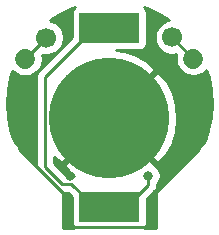
<source format=gbr>
G04 #@! TF.GenerationSoftware,KiCad,Pcbnew,5.1.5+dfsg1-2build2*
G04 #@! TF.CreationDate,2020-06-19T12:28:30-07:00*
G04 #@! TF.ProjectId,touch-circuit-v2,746f7563-682d-4636-9972-637569742d76,rev?*
G04 #@! TF.SameCoordinates,Original*
G04 #@! TF.FileFunction,Copper,L2,Bot*
G04 #@! TF.FilePolarity,Positive*
%FSLAX46Y46*%
G04 Gerber Fmt 4.6, Leading zero omitted, Abs format (unit mm)*
G04 Created by KiCad (PCBNEW 5.1.5+dfsg1-2build2) date 2020-06-19 12:28:30*
%MOMM*%
%LPD*%
G04 APERTURE LIST*
%ADD10C,1.700000*%
%ADD11C,1.700000*%
%ADD12R,5.100000X2.500000*%
%ADD13C,10.200000*%
%ADD14C,0.800000*%
%ADD15C,0.250000*%
%ADD16C,0.254000*%
G04 APERTURE END LIST*
D10*
X136906000Y-84836000D03*
D11*
X135109949Y-86632051D02*
X135109949Y-86632051D01*
X149352000Y-86614000D02*
X149352000Y-86614000D01*
D10*
X147555949Y-84817949D03*
D12*
X142240000Y-99211001D03*
X142240000Y-84011001D03*
D13*
X142240000Y-91611001D03*
D14*
X145542000Y-96520000D03*
X138938000Y-96520000D03*
X134620000Y-88900000D03*
X149860000Y-88900000D03*
D15*
X143612999Y-99211001D02*
X142240000Y-99211001D01*
X145542000Y-97282000D02*
X143612999Y-99211001D01*
X145542000Y-96520000D02*
X145542000Y-97282000D01*
X140940000Y-84011001D02*
X142240000Y-84011001D01*
X136814999Y-95793999D02*
X136814999Y-88136002D01*
X138266001Y-97245001D02*
X136814999Y-95793999D01*
X136814999Y-88136002D02*
X140940000Y-84011001D01*
X139028001Y-97245001D02*
X138266001Y-97245001D01*
X140994001Y-99211001D02*
X139028001Y-97245001D01*
X142240000Y-99211001D02*
X140994001Y-99211001D01*
X149860000Y-94297500D02*
X149860000Y-90932000D01*
X149860000Y-90932000D02*
X149860000Y-88900000D01*
X146050000Y-98107500D02*
X149860000Y-94297500D01*
X146050000Y-100076000D02*
X146050000Y-98107500D01*
X145288000Y-100838000D02*
X146050000Y-100076000D01*
X138430000Y-100076000D02*
X139192000Y-100838000D01*
X138430000Y-98078650D02*
X138430000Y-100076000D01*
X134620000Y-94268650D02*
X138430000Y-98078650D01*
X139192000Y-100838000D02*
X145288000Y-100838000D01*
X134620000Y-88900000D02*
X134620000Y-94268650D01*
X135109949Y-86632051D02*
X136906000Y-84836000D01*
X147555949Y-84817949D02*
X149352000Y-86614000D01*
D16*
G36*
X139051928Y-98343729D02*
G01*
X139051928Y-100461001D01*
X139064188Y-100585483D01*
X139100498Y-100705181D01*
X139159463Y-100815495D01*
X139238815Y-100912186D01*
X139287694Y-100952300D01*
X138315700Y-100952300D01*
X138315700Y-98075801D01*
X138318832Y-98044000D01*
X138315700Y-98012199D01*
X138315700Y-98012191D01*
X138314992Y-98005001D01*
X138713200Y-98005001D01*
X139051928Y-98343729D01*
G37*
X139051928Y-98343729D02*
X139051928Y-100461001D01*
X139064188Y-100585483D01*
X139100498Y-100705181D01*
X139159463Y-100815495D01*
X139238815Y-100912186D01*
X139287694Y-100952300D01*
X138315700Y-100952300D01*
X138315700Y-98075801D01*
X138318832Y-98044000D01*
X138315700Y-98012199D01*
X138315700Y-98012191D01*
X138314992Y-98005001D01*
X138713200Y-98005001D01*
X139051928Y-98343729D01*
G36*
X145582453Y-82402114D02*
G01*
X146600922Y-82907019D01*
X147275315Y-83359678D01*
X147122791Y-83390017D01*
X146852538Y-83501959D01*
X146609317Y-83664474D01*
X146402474Y-83871317D01*
X146239959Y-84114538D01*
X146128017Y-84384791D01*
X146070949Y-84671689D01*
X146070949Y-84964209D01*
X146128017Y-85251107D01*
X146239959Y-85521360D01*
X146402474Y-85764581D01*
X146609317Y-85971424D01*
X146852538Y-86133939D01*
X147122791Y-86245881D01*
X147409689Y-86302949D01*
X147702209Y-86302949D01*
X147907918Y-86262031D01*
X147867000Y-86467740D01*
X147867000Y-86760260D01*
X147924068Y-87047158D01*
X148036010Y-87317411D01*
X148198525Y-87560632D01*
X148405368Y-87767475D01*
X148648589Y-87929990D01*
X148918842Y-88041932D01*
X149205740Y-88099000D01*
X149498260Y-88099000D01*
X149785158Y-88041932D01*
X150055411Y-87929990D01*
X150298632Y-87767475D01*
X150446027Y-87620080D01*
X150638945Y-88192327D01*
X150858384Y-89307713D01*
X150930358Y-90442179D01*
X150853637Y-91576342D01*
X150629401Y-92691458D01*
X150311217Y-93628797D01*
X146376498Y-97563517D01*
X146351793Y-97583792D01*
X146331518Y-97608497D01*
X146331515Y-97608500D01*
X146270853Y-97682417D01*
X146210709Y-97794938D01*
X146173673Y-97917029D01*
X146161168Y-98044000D01*
X146164301Y-98075811D01*
X146164300Y-100952300D01*
X145192306Y-100952300D01*
X145241185Y-100912186D01*
X145320537Y-100815495D01*
X145379502Y-100705181D01*
X145415812Y-100585483D01*
X145428072Y-100461001D01*
X145428072Y-98470730D01*
X146053008Y-97845795D01*
X146082001Y-97822001D01*
X146105795Y-97793008D01*
X146105799Y-97793004D01*
X146176973Y-97706277D01*
X146189727Y-97682417D01*
X146247546Y-97574247D01*
X146291003Y-97430986D01*
X146302000Y-97319333D01*
X146302000Y-97319324D01*
X146305676Y-97282001D01*
X146302000Y-97244678D01*
X146302000Y-97223711D01*
X146345937Y-97179774D01*
X146459205Y-97010256D01*
X146537226Y-96821898D01*
X146577000Y-96621939D01*
X146577000Y-96418061D01*
X146537226Y-96218102D01*
X146459205Y-96029744D01*
X146345937Y-95860226D01*
X146201774Y-95716063D01*
X146092327Y-95642933D01*
X142240000Y-91790606D01*
X138368194Y-95662412D01*
X138956309Y-96346679D01*
X139281234Y-96527620D01*
X139176987Y-96495998D01*
X139065334Y-96485001D01*
X139065323Y-96485001D01*
X139028001Y-96481325D01*
X138990679Y-96485001D01*
X138580803Y-96485001D01*
X137574999Y-95479198D01*
X137574999Y-94955438D01*
X138188589Y-95482807D01*
X142060395Y-91611001D01*
X142419605Y-91611001D01*
X146291411Y-95482807D01*
X146975678Y-94894692D01*
X147525299Y-93907712D01*
X147871809Y-92832471D01*
X148001892Y-91710289D01*
X147910549Y-90584291D01*
X147601289Y-89497750D01*
X147085999Y-88492420D01*
X146975678Y-88327310D01*
X146291411Y-87739195D01*
X142419605Y-91611001D01*
X142060395Y-91611001D01*
X142046253Y-91596859D01*
X142225858Y-91417254D01*
X142240000Y-91431396D01*
X146111806Y-87559590D01*
X145523691Y-86875323D01*
X144536711Y-86325702D01*
X143461470Y-85979192D01*
X142770311Y-85899073D01*
X144790000Y-85899073D01*
X144914482Y-85886813D01*
X145034180Y-85850503D01*
X145144494Y-85791538D01*
X145241185Y-85712186D01*
X145320537Y-85615495D01*
X145379502Y-85505181D01*
X145415812Y-85385483D01*
X145428072Y-85261001D01*
X145428072Y-82761001D01*
X145415812Y-82636519D01*
X145379502Y-82516821D01*
X145320537Y-82406507D01*
X145241185Y-82309816D01*
X145190352Y-82268099D01*
X145582453Y-82402114D01*
G37*
X145582453Y-82402114D02*
X146600922Y-82907019D01*
X147275315Y-83359678D01*
X147122791Y-83390017D01*
X146852538Y-83501959D01*
X146609317Y-83664474D01*
X146402474Y-83871317D01*
X146239959Y-84114538D01*
X146128017Y-84384791D01*
X146070949Y-84671689D01*
X146070949Y-84964209D01*
X146128017Y-85251107D01*
X146239959Y-85521360D01*
X146402474Y-85764581D01*
X146609317Y-85971424D01*
X146852538Y-86133939D01*
X147122791Y-86245881D01*
X147409689Y-86302949D01*
X147702209Y-86302949D01*
X147907918Y-86262031D01*
X147867000Y-86467740D01*
X147867000Y-86760260D01*
X147924068Y-87047158D01*
X148036010Y-87317411D01*
X148198525Y-87560632D01*
X148405368Y-87767475D01*
X148648589Y-87929990D01*
X148918842Y-88041932D01*
X149205740Y-88099000D01*
X149498260Y-88099000D01*
X149785158Y-88041932D01*
X150055411Y-87929990D01*
X150298632Y-87767475D01*
X150446027Y-87620080D01*
X150638945Y-88192327D01*
X150858384Y-89307713D01*
X150930358Y-90442179D01*
X150853637Y-91576342D01*
X150629401Y-92691458D01*
X150311217Y-93628797D01*
X146376498Y-97563517D01*
X146351793Y-97583792D01*
X146331518Y-97608497D01*
X146331515Y-97608500D01*
X146270853Y-97682417D01*
X146210709Y-97794938D01*
X146173673Y-97917029D01*
X146161168Y-98044000D01*
X146164301Y-98075811D01*
X146164300Y-100952300D01*
X145192306Y-100952300D01*
X145241185Y-100912186D01*
X145320537Y-100815495D01*
X145379502Y-100705181D01*
X145415812Y-100585483D01*
X145428072Y-100461001D01*
X145428072Y-98470730D01*
X146053008Y-97845795D01*
X146082001Y-97822001D01*
X146105795Y-97793008D01*
X146105799Y-97793004D01*
X146176973Y-97706277D01*
X146189727Y-97682417D01*
X146247546Y-97574247D01*
X146291003Y-97430986D01*
X146302000Y-97319333D01*
X146302000Y-97319324D01*
X146305676Y-97282001D01*
X146302000Y-97244678D01*
X146302000Y-97223711D01*
X146345937Y-97179774D01*
X146459205Y-97010256D01*
X146537226Y-96821898D01*
X146577000Y-96621939D01*
X146577000Y-96418061D01*
X146537226Y-96218102D01*
X146459205Y-96029744D01*
X146345937Y-95860226D01*
X146201774Y-95716063D01*
X146092327Y-95642933D01*
X142240000Y-91790606D01*
X138368194Y-95662412D01*
X138956309Y-96346679D01*
X139281234Y-96527620D01*
X139176987Y-96495998D01*
X139065334Y-96485001D01*
X139065323Y-96485001D01*
X139028001Y-96481325D01*
X138990679Y-96485001D01*
X138580803Y-96485001D01*
X137574999Y-95479198D01*
X137574999Y-94955438D01*
X138188589Y-95482807D01*
X142060395Y-91611001D01*
X142419605Y-91611001D01*
X146291411Y-95482807D01*
X146975678Y-94894692D01*
X147525299Y-93907712D01*
X147871809Y-92832471D01*
X148001892Y-91710289D01*
X147910549Y-90584291D01*
X147601289Y-89497750D01*
X147085999Y-88492420D01*
X146975678Y-88327310D01*
X146291411Y-87739195D01*
X142419605Y-91611001D01*
X142060395Y-91611001D01*
X142046253Y-91596859D01*
X142225858Y-91417254D01*
X142240000Y-91431396D01*
X146111806Y-87559590D01*
X145523691Y-86875323D01*
X144536711Y-86325702D01*
X143461470Y-85979192D01*
X142770311Y-85899073D01*
X144790000Y-85899073D01*
X144914482Y-85886813D01*
X145034180Y-85850503D01*
X145144494Y-85791538D01*
X145241185Y-85712186D01*
X145320537Y-85615495D01*
X145379502Y-85505181D01*
X145415812Y-85385483D01*
X145428072Y-85261001D01*
X145428072Y-82761001D01*
X145415812Y-82636519D01*
X145379502Y-82516821D01*
X145320537Y-82406507D01*
X145241185Y-82309816D01*
X145190352Y-82268099D01*
X145582453Y-82402114D01*
G36*
X139238815Y-82309816D02*
G01*
X139159463Y-82406507D01*
X139100498Y-82516821D01*
X139064188Y-82636519D01*
X139051928Y-82761001D01*
X139051928Y-84824271D01*
X136303997Y-87572203D01*
X136274999Y-87596001D01*
X136251201Y-87624999D01*
X136251200Y-87625000D01*
X136180025Y-87711726D01*
X136109453Y-87843756D01*
X136093012Y-87897957D01*
X136065997Y-87987016D01*
X136060588Y-88041932D01*
X136051323Y-88136002D01*
X136055000Y-88173334D01*
X136054999Y-95515014D01*
X134169288Y-93629303D01*
X133841054Y-92655671D01*
X133621616Y-91540288D01*
X133549642Y-90405821D01*
X133626363Y-89271658D01*
X133850465Y-88157210D01*
X134024834Y-87647043D01*
X134163317Y-87785526D01*
X134406538Y-87948041D01*
X134676791Y-88059983D01*
X134963689Y-88117051D01*
X135256209Y-88117051D01*
X135543107Y-88059983D01*
X135813360Y-87948041D01*
X136056581Y-87785526D01*
X136263424Y-87578683D01*
X136425939Y-87335462D01*
X136537881Y-87065209D01*
X136594949Y-86778311D01*
X136594949Y-86485791D01*
X136554031Y-86280082D01*
X136759740Y-86321000D01*
X137052260Y-86321000D01*
X137339158Y-86263932D01*
X137609411Y-86151990D01*
X137852632Y-85989475D01*
X138059475Y-85782632D01*
X138221990Y-85539411D01*
X138333932Y-85269158D01*
X138391000Y-84982260D01*
X138391000Y-84689740D01*
X138333932Y-84402842D01*
X138221990Y-84132589D01*
X138059475Y-83889368D01*
X137852632Y-83682525D01*
X137609411Y-83520010D01*
X137339158Y-83408068D01*
X137178115Y-83376034D01*
X137910566Y-82888839D01*
X138931141Y-82388199D01*
X139291221Y-82266808D01*
X139238815Y-82309816D01*
G37*
X139238815Y-82309816D02*
X139159463Y-82406507D01*
X139100498Y-82516821D01*
X139064188Y-82636519D01*
X139051928Y-82761001D01*
X139051928Y-84824271D01*
X136303997Y-87572203D01*
X136274999Y-87596001D01*
X136251201Y-87624999D01*
X136251200Y-87625000D01*
X136180025Y-87711726D01*
X136109453Y-87843756D01*
X136093012Y-87897957D01*
X136065997Y-87987016D01*
X136060588Y-88041932D01*
X136051323Y-88136002D01*
X136055000Y-88173334D01*
X136054999Y-95515014D01*
X134169288Y-93629303D01*
X133841054Y-92655671D01*
X133621616Y-91540288D01*
X133549642Y-90405821D01*
X133626363Y-89271658D01*
X133850465Y-88157210D01*
X134024834Y-87647043D01*
X134163317Y-87785526D01*
X134406538Y-87948041D01*
X134676791Y-88059983D01*
X134963689Y-88117051D01*
X135256209Y-88117051D01*
X135543107Y-88059983D01*
X135813360Y-87948041D01*
X136056581Y-87785526D01*
X136263424Y-87578683D01*
X136425939Y-87335462D01*
X136537881Y-87065209D01*
X136594949Y-86778311D01*
X136594949Y-86485791D01*
X136554031Y-86280082D01*
X136759740Y-86321000D01*
X137052260Y-86321000D01*
X137339158Y-86263932D01*
X137609411Y-86151990D01*
X137852632Y-85989475D01*
X138059475Y-85782632D01*
X138221990Y-85539411D01*
X138333932Y-85269158D01*
X138391000Y-84982260D01*
X138391000Y-84689740D01*
X138333932Y-84402842D01*
X138221990Y-84132589D01*
X138059475Y-83889368D01*
X137852632Y-83682525D01*
X137609411Y-83520010D01*
X137339158Y-83408068D01*
X137178115Y-83376034D01*
X137910566Y-82888839D01*
X138931141Y-82388199D01*
X139291221Y-82266808D01*
X139238815Y-82309816D01*
M02*

</source>
